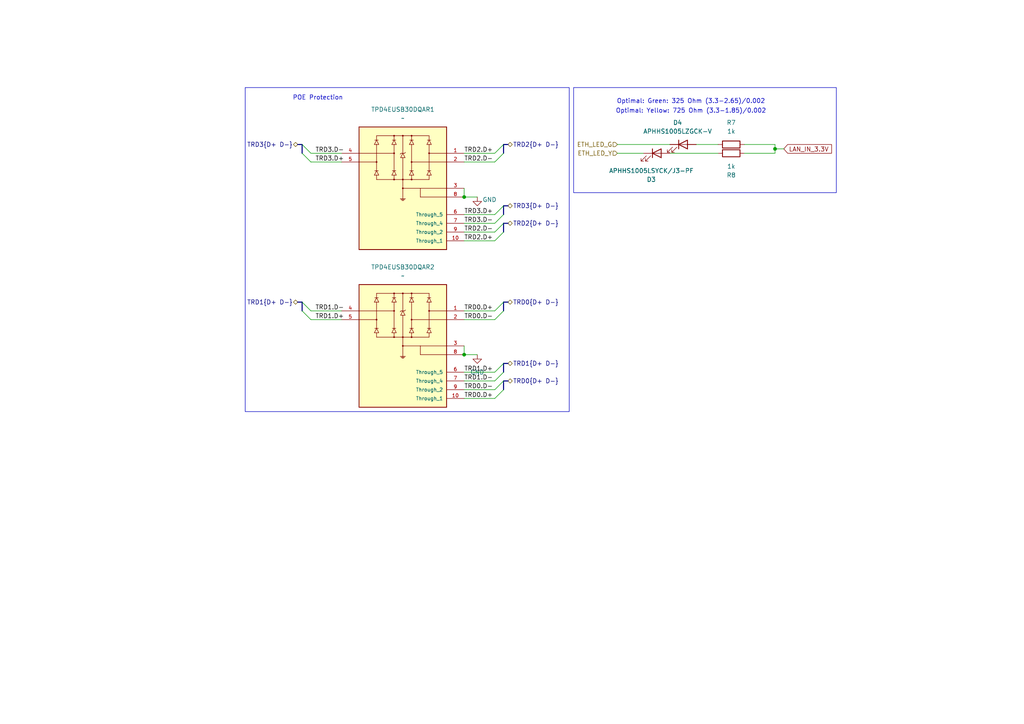
<source format=kicad_sch>
(kicad_sch (version 20250114) (generator "eeschema") (generator_version "9.0")
  (paper "A4")
  (lib_symbols
    (symbol "#dzdb:g_res/R-1k-0603" (pin_numbers hide) (pin_names (offset 0))
      (property "Reference" "R" (at 2.032 0 90))
      (property "Value" "1k" (at 0 0 90))
      (symbol "g_res/R-1k-0603_0_1"
        (rectangle (start -1.016 -2.54) (end 1.016 2.54) (stroke (width 0.254)))
      )
      (symbol "g_res/R-1k-0603_1_1"
        (pin passive line (at 0 3.81 270) (length 1.27) (name "~") (number "1"))
        (pin passive line (at 0 -3.81 90) (length 1.27) (name "~") (number "2"))
      )
    )
    (symbol "#dzdb:s_dio/D-KIN-APHHS1005LSYCK/J3-PF" (pin_numbers hide) (pin_names (offset 1.016) hide)
      (property "Reference" "D" (at 0 2.54 0))
      (property "Value" "APHHS1005LSYCK/J3-PF" (at 0 -2.54 0))
      (symbol "s_dio/D-KIN-APHHS1005LSYCK/J3-PF_0_1"
        (polyline (pts (xy -3.048 -0.762) (xy -4.572 -2.286) (xy -3.81 -2.286) (xy -4.572 -2.286) (xy -4.572 -1.524)))
        (polyline (pts (xy -1.778 -0.762) (xy -3.302 -2.286) (xy -2.54 -2.286) (xy -3.302 -2.286) (xy -3.302 -1.524)))
        (polyline (pts (xy -1.27 0) (xy 1.27 0)))
        (polyline (pts (xy -1.27 -1.27) (xy -1.27 1.27)) (stroke (width 0.254)))
        (polyline (pts (xy 1.27 -1.27) (xy 1.27 1.27) (xy -1.27 0) (xy 1.27 -1.27)) (stroke (width 0.254)))
      )
      (symbol "s_dio/D-KIN-APHHS1005LSYCK/J3-PF_1_1"
        (pin passive line (at -3.81 0 0) (length 2.54) (name "K") (number "1"))
        (pin passive line (at 3.81 0 180) (length 2.54) (name "A") (number "2"))
      )
    )
    (symbol "#dzdb:s_dio/D-KIN-APHHS1005LZGCK-V" (pin_numbers hide) (pin_names (offset 1.016) hide)
      (property "Reference" "D" (at 0 2.54 0))
      (property "Value" "APHHS1005LZGCK-V" (at 0 -2.54 0))
      (symbol "s_dio/D-KIN-APHHS1005LZGCK-V_0_1"
        (polyline (pts (xy -3.048 -0.762) (xy -4.572 -2.286) (xy -3.81 -2.286) (xy -4.572 -2.286) (xy -4.572 -1.524)))
        (polyline (pts (xy -1.778 -0.762) (xy -3.302 -2.286) (xy -2.54 -2.286) (xy -3.302 -2.286) (xy -3.302 -1.524)))
        (polyline (pts (xy -1.27 0) (xy 1.27 0)))
        (polyline (pts (xy -1.27 -1.27) (xy -1.27 1.27)) (stroke (width 0.254)))
        (polyline (pts (xy 1.27 -1.27) (xy 1.27 1.27) (xy -1.27 0) (xy 1.27 -1.27)) (stroke (width 0.254)))
      )
      (symbol "s_dio/D-KIN-APHHS1005LZGCK-V_1_1"
        (pin passive line (at -3.81 0 0) (length 2.54) (name "K") (number "1"))
        (pin passive line (at 3.81 0 180) (length 2.54) (name "A") (number "2"))
      )
    )
    (symbol "#dzdb:s_misc/IC-ESD-TPD4EUSB30" (pin_names (offset 1.016))
      (property "Reference" "TPD4EUSB30DQAR" (at -12.7 18.542 0))
      (symbol "s_misc/IC-ESD-TPD4EUSB30_0_0"
        (rectangle (start -12.7 -17.78) (end 12.7 17.78) (stroke (width 0.254)) (fill (type background)))
        (polyline (pts (xy -8.255 12.7) (xy -7.62 12.7)) (stroke (width 0.1524)))
        (polyline (pts (xy -8.255 3.81) (xy -7.62 3.81)) (stroke (width 0.1524)))
        (polyline (pts (xy -7.62 15.24) (xy -2.54 15.24)) (stroke (width 0.1524)))
        (polyline (pts (xy -7.62 13.97) (xy -8.255 12.7)) (stroke (width 0.1524)))
        (polyline (pts (xy -7.62 13.97) (xy -8.128 13.97)) (stroke (width 0.1524)))
        (polyline (pts (xy -7.62 13.97) (xy -7.62 15.24)) (stroke (width 0.1524)))
        (polyline (pts (xy -7.62 12.7) (xy -7.62 7.62)) (stroke (width 0.1524)))
        (polyline (pts (xy -7.62 12.7) (xy -6.985 12.7)) (stroke (width 0.1524)))
        (circle (center -7.62 7.62) (radius 0.127) (stroke (width 0.254)))
        (polyline (pts (xy -7.62 7.62) (xy -12.7 7.62)) (stroke (width 0.1524)))
        (polyline (pts (xy -7.62 7.62) (xy -7.62 5.08)) (stroke (width 0.1524)))
        (polyline (pts (xy -7.62 5.08) (xy -8.255 3.81)) (stroke (width 0.1524)))
        (polyline (pts (xy -7.62 5.08) (xy -8.128 5.08)) (stroke (width 0.1524)))
        (polyline (pts (xy -7.62 3.81) (xy -7.62 2.54)) (stroke (width 0.1524)))
        (polyline (pts (xy -7.62 3.81) (xy -6.985 3.81)) (stroke (width 0.1524)))
        (polyline (pts (xy -7.62 2.54) (xy -2.54 2.54)) (stroke (width 0.1524)))
        (polyline (pts (xy -7.112 13.97) (xy -7.62 13.97)) (stroke (width 0.1524)))
        (polyline (pts (xy -7.112 5.08) (xy -7.62 5.08)) (stroke (width 0.1524)))
        (polyline (pts (xy -6.985 12.7) (xy -7.62 13.97)) (stroke (width 0.1524)))
        (polyline (pts (xy -6.985 3.81) (xy -7.62 5.08)) (stroke (width 0.1524)))
        (polyline (pts (xy -3.175 12.7) (xy -2.54 12.7)) (stroke (width 0.1524)))
        (polyline (pts (xy -3.175 3.81) (xy -2.54 3.81)) (stroke (width 0.1524)))
        (circle (center -2.54 15.24) (radius 0.127) (stroke (width 0.254)))
        (polyline (pts (xy -2.54 15.24) (xy 0 15.24)) (stroke (width 0.1524)))
        (polyline (pts (xy -2.54 13.97) (xy -3.175 12.7)) (stroke (width 0.1524)))
        (polyline (pts (xy -2.54 13.97) (xy -3.048 13.97)) (stroke (width 0.1524)))
        (polyline (pts (xy -2.54 13.97) (xy -2.54 15.24)) (stroke (width 0.1524)))
        (polyline (pts (xy -2.54 12.7) (xy -2.54 10.16)) (stroke (width 0.1524)))
        (polyline (pts (xy -2.54 12.7) (xy -1.905 12.7)) (stroke (width 0.1524)))
        (circle (center -2.54 10.16) (radius 0.127) (stroke (width 0.254)))
        (polyline (pts (xy -2.54 10.16) (xy -12.7 10.16)) (stroke (width 0.1524)))
        (polyline (pts (xy -2.54 10.16) (xy -2.54 5.08)) (stroke (width 0.1524)))
        (polyline (pts (xy -2.54 5.08) (xy -3.175 3.81)) (stroke (width 0.1524)))
        (polyline (pts (xy -2.54 5.08) (xy -3.048 5.08)) (stroke (width 0.1524)))
        (polyline (pts (xy -2.54 3.81) (xy -2.54 2.54)) (stroke (width 0.1524)))
        (polyline (pts (xy -2.54 3.81) (xy -1.905 3.81)) (stroke (width 0.1524)))
        (circle (center -2.54 2.54) (radius 0.127) (stroke (width 0.254)))
        (polyline (pts (xy -2.54 2.54) (xy 2.54 2.54)) (stroke (width 0.1524)))
        (polyline (pts (xy -2.032 13.97) (xy -2.54 13.97)) (stroke (width 0.1524)))
        (polyline (pts (xy -2.032 5.08) (xy -2.54 5.08)) (stroke (width 0.1524)))
        (polyline (pts (xy -1.905 12.7) (xy -2.54 13.97)) (stroke (width 0.1524)))
        (polyline (pts (xy -1.905 3.81) (xy -2.54 5.08)) (stroke (width 0.1524)))
        (polyline (pts (xy -0.635 8.89) (xy 0.635 8.89)) (stroke (width 0.1524)))
        (polyline (pts (xy -0.508 10.16) (xy -0.762 9.906)) (stroke (width 0.1524)))
        (polyline (pts (xy -0.508 10.16) (xy 0 10.16)) (stroke (width 0.1524)))
        (polyline (pts (xy -0.508 -3.302) (xy 0.508 -3.302)) (stroke (width 0.1524)))
        (polyline (pts (xy -0.254 -3.556) (xy 0.254 -3.556)) (stroke (width 0.1524)))
        (circle (center 0 15.24) (radius 0.127) (stroke (width 0.254)))
        (polyline (pts (xy 0 15.24) (xy 2.54 15.24)) (stroke (width 0.1524)))
        (polyline (pts (xy 0 10.16) (xy -0.635 8.89)) (stroke (width 0.1524)))
        (polyline (pts (xy 0 10.16) (xy 0 15.24)) (stroke (width 0.1524)))
        (polyline (pts (xy 0 10.16) (xy 0.508 10.16)) (stroke (width 0.1524)))
        (polyline (pts (xy 0 8.89) (xy 0 0)) (stroke (width 0.1524)))
        (circle (center 0 2.54) (radius 0.127) (stroke (width 0.254)))
        (polyline (pts (xy 0 0) (xy 0 -3.048)) (stroke (width 0.1524)))
        (polyline (pts (xy 0 0) (xy 5.08 0)) (stroke (width 0.1524)))
        (circle (center 0 0) (radius 0.127) (stroke (width 0.254)))
        (polyline (pts (xy 0 -3.048) (xy -0.762 -3.048)) (stroke (width 0.1524)))
        (polyline (pts (xy 0 -3.048) (xy 0.762 -3.048)) (stroke (width 0.1524)))
        (polyline (pts (xy 0.508 10.16) (xy 0.762 10.414)) (stroke (width 0.1524)))
        (polyline (pts (xy 0.635 8.89) (xy 0 10.16)) (stroke (width 0.1524)))
        (polyline (pts (xy 1.905 12.7) (xy 2.54 12.7)) (stroke (width 0.1524)))
        (polyline (pts (xy 1.905 3.81) (xy 2.54 3.81)) (stroke (width 0.1524)))
        (polyline (pts (xy 2.54 15.24) (xy 7.62 15.24)) (stroke (width 0.1524)))
        (circle (center 2.54 15.24) (radius 0.127) (stroke (width 0.254)))
        (polyline (pts (xy 2.54 13.97) (xy 1.905 12.7)) (stroke (width 0.1524)))
        (polyline (pts (xy 2.54 13.97) (xy 2.032 13.97)) (stroke (width 0.1524)))
        (polyline (pts (xy 2.54 13.97) (xy 2.54 15.24)) (stroke (width 0.1524)))
        (polyline (pts (xy 2.54 12.7) (xy 2.54 7.62)) (stroke (width 0.1524)))
        (polyline (pts (xy 2.54 12.7) (xy 3.175 12.7)) (stroke (width 0.1524)))
        (polyline (pts (xy 2.54 7.62) (xy 2.54 5.08)) (stroke (width 0.1524)))
        (polyline (pts (xy 2.54 7.62) (xy 12.7 7.62)) (stroke (width 0.1524)))
        (circle (center 2.54 7.62) (radius 0.127) (stroke (width 0.254)))
        (polyline (pts (xy 2.54 5.08) (xy 1.905 3.81)) (stroke (width 0.1524)))
        (polyline (pts (xy 2.54 5.08) (xy 2.032 5.08)) (stroke (width 0.1524)))
        (polyline (pts (xy 2.54 3.81) (xy 2.54 2.54)) (stroke (width 0.1524)))
        (polyline (pts (xy 2.54 3.81) (xy 3.175 3.81)) (stroke (width 0.1524)))
        (polyline (pts (xy 2.54 2.54) (xy 7.62 2.54)) (stroke (width 0.1524)))
        (circle (center 2.54 2.54) (radius 0.127) (stroke (width 0.254)))
        (polyline (pts (xy 3.048 13.97) (xy 2.54 13.97)) (stroke (width 0.1524)))
        (polyline (pts (xy 3.048 5.08) (xy 2.54 5.08)) (stroke (width 0.1524)))
        (polyline (pts (xy 3.175 12.7) (xy 2.54 13.97)) (stroke (width 0.1524)))
        (polyline (pts (xy 3.175 3.81) (xy 2.54 5.08)) (stroke (width 0.1524)))
        (polyline (pts (xy 5.08 0) (xy 5.08 -2.54)) (stroke (width 0.1524)))
        (polyline (pts (xy 5.08 0) (xy 12.7 0)) (stroke (width 0.1524)))
        (polyline (pts (xy 5.08 -2.54) (xy 12.7 -2.54)) (stroke (width 0.1524)))
        (polyline (pts (xy 6.985 12.7) (xy 7.62 12.7)) (stroke (width 0.1524)))
        (polyline (pts (xy 6.985 3.81) (xy 7.62 3.81)) (stroke (width 0.1524)))
        (polyline (pts (xy 7.62 15.24) (xy 7.62 13.97)) (stroke (width 0.1524)))
        (polyline (pts (xy 7.62 13.97) (xy 6.985 12.7)) (stroke (width 0.1524)))
        (polyline (pts (xy 7.62 13.97) (xy 7.112 13.97)) (stroke (width 0.1524)))
        (polyline (pts (xy 7.62 12.7) (xy 7.62 10.16)) (stroke (width 0.1524)))
        (polyline (pts (xy 7.62 12.7) (xy 8.255 12.7)) (stroke (width 0.1524)))
        (polyline (pts (xy 7.62 10.16) (xy 7.62 5.08)) (stroke (width 0.1524)))
        (polyline (pts (xy 7.62 10.16) (xy 12.7 10.16)) (stroke (width 0.1524)))
        (circle (center 7.62 10.16) (radius 0.127) (stroke (width 0.254)))
        (polyline (pts (xy 7.62 5.08) (xy 6.985 3.81)) (stroke (width 0.1524)))
        (polyline (pts (xy 7.62 5.08) (xy 7.112 5.08)) (stroke (width 0.1524)))
        (polyline (pts (xy 7.62 3.81) (xy 8.255 3.81)) (stroke (width 0.1524)))
        (polyline (pts (xy 7.62 2.54) (xy 7.62 3.81)) (stroke (width 0.1524)))
        (polyline (pts (xy 8.128 13.97) (xy 7.62 13.97)) (stroke (width 0.1524)))
        (polyline (pts (xy 8.128 5.08) (xy 7.62 5.08)) (stroke (width 0.1524)))
        (polyline (pts (xy 8.255 12.7) (xy 7.62 13.97)) (stroke (width 0.1524)))
        (polyline (pts (xy 8.255 3.81) (xy 7.62 5.08)) (stroke (width 0.1524)))
        (pin bidirectional line (at -17.78 10.16 0) (length 5.08) (name "~") (number "4"))
        (pin bidirectional line (at -17.78 7.62 0) (length 5.08) (name "~") (number "5"))
        (pin bidirectional line (at 17.78 10.16 180) (length 5.08) (name "~") (number "1"))
        (pin bidirectional line (at 17.78 7.62 180) (length 5.08) (name "~") (number "2"))
        (pin power_in line (at 17.78 0 180) (length 5.08) (name "~") (number "3"))
        (pin power_in line (at 17.78 -2.54 180) (length 5.08) (name "~") (number "8"))
        (pin bidirectional line (at 17.78 -7.62 180) (length 5.08) (name "Through_5") (number "6"))
        (pin bidirectional line (at 17.78 -10.16 180) (length 5.08) (name "Through_4") (number "7"))
        (pin bidirectional line (at 17.78 -12.7 180) (length 5.08) (name "Through_2") (number "9"))
        (pin bidirectional line (at 17.78 -15.24 180) (length 5.08) (name "Through_1") (number "10"))
      )
    )
    (symbol "power:GND" (power) (pin_numbers hide) (pin_names (offset 0) hide)
      (property "Value" "GND" (at 0 -3.81 0))
      (symbol "GND_0_1"
        (polyline (pts (xy 0 0) (xy 0 -1.27) (xy 1.27 -1.27) (xy 0 -2.54) (xy -1.27 -1.27) (xy 0 -1.27)))
      )
      (symbol "GND_1_1"
        (pin power_in line (at 0 0 270) (length 0) (name "~") (number "1"))
      )
    )
  )
  (junction (at 134.62 57.15))
  (junction (at 224.79 43.18))
  (junction (at 134.62 102.87))
  (bus_entry (at 146.05 44.45) (size -2.54 2.54))
  (bus_entry (at 146.05 59.69) (size -2.54 2.54))
  (bus_entry (at 146.05 105.41) (size -2.54 2.54))
  (bus_entry (at 87.63 44.45) (size 2.54 2.54))
  (bus_entry (at 146.05 90.17) (size -2.54 2.54))
  (bus_entry (at 146.05 113.03) (size -2.54 2.54))
  (bus_entry (at 146.05 41.91) (size -2.54 2.54))
  (bus_entry (at 146.05 110.49) (size -2.54 2.54))
  (bus_entry (at 146.05 107.95) (size -2.54 2.54))
  (bus_entry (at 87.63 87.63) (size 2.54 2.54))
  (bus_entry (at 146.05 62.23) (size -2.54 2.54))
  (bus_entry (at 87.63 90.17) (size 2.54 2.54))
  (bus_entry (at 146.05 67.31) (size -2.54 2.54))
  (bus_entry (at 146.05 64.77) (size -2.54 2.54))
  (bus_entry (at 87.63 41.91) (size 2.54 2.54))
  (bus_entry (at 146.05 87.63) (size -2.54 2.54))
  (wire (pts (xy 194.31 44.45) (xy 208.28 44.45)))
  (wire (pts (xy 134.62 57.15) (xy 138.43 57.15)))
  (wire (pts (xy 134.62 92.71) (xy 143.51 92.71)))
  (wire (pts (xy 227.33 43.18) (xy 224.79 43.18)))
  (bus (pts (xy 86.36 41.91) (xy 87.63 41.91)))
  (bus (pts (xy 147.32 87.63) (xy 146.05 87.63)))
  (wire (pts (xy 134.62 69.85) (xy 143.51 69.85)))
  (bus (pts (xy 147.32 110.49) (xy 146.05 110.49)))
  (wire (pts (xy 215.9 41.91) (xy 224.79 41.91)))
  (wire (pts (xy 134.62 110.49) (xy 143.51 110.49)))
  (wire (pts (xy 134.62 115.57) (xy 143.51 115.57)))
  (bus (pts (xy 146.05 87.63) (xy 146.05 90.17)))
  (wire (pts (xy 134.62 90.17) (xy 143.51 90.17)))
  (bus (pts (xy 146.05 41.91) (xy 146.05 44.45)))
  (wire (pts (xy 134.62 113.03) (xy 143.51 113.03)))
  (wire (pts (xy 134.62 102.87) (xy 138.43 102.87)))
  (wire (pts (xy 179.07 44.45) (xy 186.69 44.45)))
  (wire (pts (xy 90.17 90.17) (xy 99.06 90.17)))
  (bus (pts (xy 146.05 110.49) (xy 146.05 113.03)))
  (wire (pts (xy 134.62 46.99) (xy 143.51 46.99)))
  (wire (pts (xy 224.79 43.18) (xy 224.79 44.45)))
  (bus (pts (xy 146.05 105.41) (xy 146.05 107.95)))
  (bus (pts (xy 146.05 64.77) (xy 146.05 67.31)))
  (bus (pts (xy 147.32 41.91) (xy 146.05 41.91)))
  (wire (pts (xy 134.62 64.77) (xy 143.51 64.77)))
  (wire (pts (xy 134.62 100.33) (xy 134.62 102.87)))
  (wire (pts (xy 134.62 67.31) (xy 143.51 67.31)))
  (bus (pts (xy 87.63 41.91) (xy 87.63 44.45)))
  (bus (pts (xy 146.05 59.69) (xy 146.05 62.23)))
  (wire (pts (xy 134.62 62.23) (xy 143.51 62.23)))
  (wire (pts (xy 90.17 92.71) (xy 99.06 92.71)))
  (wire (pts (xy 179.07 41.91) (xy 194.31 41.91)))
  (wire (pts (xy 134.62 44.45) (xy 143.51 44.45)))
  (wire (pts (xy 90.17 46.99) (xy 99.06 46.99)))
  (bus (pts (xy 87.63 87.63) (xy 87.63 90.17)))
  (wire (pts (xy 134.62 54.61) (xy 134.62 57.15)))
  (bus (pts (xy 86.36 87.63) (xy 87.63 87.63)))
  (wire (pts (xy 90.17 44.45) (xy 99.06 44.45)))
  (wire (pts (xy 215.9 44.45) (xy 224.79 44.45)))
  (bus (pts (xy 147.32 105.41) (xy 146.05 105.41)))
  (bus (pts (xy 147.32 64.77) (xy 146.05 64.77)))
  (wire (pts (xy 224.79 41.91) (xy 224.79 43.18)))
  (wire (pts (xy 201.93 41.91) (xy 208.28 41.91)))
  (bus (pts (xy 147.32 59.69) (xy 146.05 59.69)))
  (wire (pts (xy 134.62 107.95) (xy 143.51 107.95)))
  (rectangle (start 166.37 25.4) (end 242.57 55.88))
  (rectangle (start 71.12 25.4) (end 165.1 119.38))
  (text "Optimal: Yellow: 725 Ohm (3.3-1.85)/0.002" (at 200.406 32.258 0) (effects (font (size 1.27 1.27))))
  (text "POE Protection" (at 92.202 28.448 0) (effects (font (size 1.27 1.27))))
  (text "Optimal: Green: 325 Ohm (3.3-2.65)/0.002" (at 200.406 29.464 0) (effects (font (size 1.27 1.27))))
  (label "TRD1.D+" (at 134.62 107.95 0))
  (label "TRD0.D+" (at 134.62 115.57 0))
  (label "TRD2.D+" (at 134.62 44.45 0))
  (label "TRD0.D+" (at 134.62 90.17 0))
  (label "TRD3.D+" (at 134.62 62.23 0))
  (label "TRD3.D+" (at 91.44 46.99 0))
  (label "TRD1.D-" (at 91.44 90.17 0))
  (label "TRD0.D-" (at 134.62 92.71 0))
  (label "TRD3.D-" (at 91.44 44.45 0))
  (label "TRD1.D+" (at 91.44 92.71 0))
  (label "TRD2.D-" (at 134.62 67.31 0))
  (label "TRD3.D-" (at 134.62 64.77 0))
  (label "TRD2.D+" (at 134.62 69.85 0))
  (label "TRD2.D-" (at 134.62 46.99 0))
  (label "TRD1.D-" (at 134.62 110.49 0))
  (label "TRD0.D-" (at 134.62 113.03 0))
  (global_label "LAN_IN_3.3V" (shape input) (at 227.33 43.18 0) (property "Intersheetrefs" "${INTERSHEET_REFS}" (effects (hide yes))))
  (hierarchical_label "TRD3{D+ D-}" (shape bidirectional) (at 86.36 41.91 180))
  (hierarchical_label "TRD2{D+ D-}" (shape bidirectional) (at 147.32 41.91 0))
  (hierarchical_label "ETH_LED_Y" (shape input) (at 179.07 44.45 180))
  (hierarchical_label "TRD0{D+ D-}" (shape bidirectional) (at 147.32 110.49 0))
  (hierarchical_label "ETH_LED_G" (shape input) (at 179.07 41.91 180))
  (hierarchical_label "TRD0{D+ D-}" (shape bidirectional) (at 147.32 87.63 0))
  (hierarchical_label "TRD1{D+ D-}" (shape bidirectional) (at 147.32 105.41 0))
  (hierarchical_label "TRD3{D+ D-}" (shape bidirectional) (at 147.32 59.69 0))
  (hierarchical_label "TRD2{D+ D-}" (shape bidirectional) (at 147.32 64.77 0))
  (hierarchical_label "TRD1{D+ D-}" (shape bidirectional) (at 86.36 87.63 180))
  (symbol (lib_id "power:GND") (at 138.43 57.15 0) (unit 1)
    (property "Reference" "#PWR019" (effects (hide yes)))
    (property "Value" "GND" (at 141.986 57.912 0))
    (property "Description" "Power symbol creates a global label with name \"GND\" , ground" (effects (hide yes)))
  )
  (symbol (lib_id "#dzdb:s_misc/IC-ESD-TPD4EUSB30") (at 116.84 54.61 0) (unit 1)
    (property "Reference" "TPD4EUSB30DQAR1" (at 116.84 31.75 0))
    (property "Value" "~" (at 116.84 34.29 0) (effects (font (thickness 0.1588))))
    (property "Footprint" "dz_con:IC_TPD4EUSB30DQAR" (effects (hide yes)))
    (property "Datasheet" "https://www.ti.com/lit/ds/symlink/tpd2eusb30.pdf?ts=1759733045206" (effects (hide yes)))
    (property "Description" "Quad ESD protection 4-channel ESD diode array" (effects (hide yes)))
    (property "MF" "Texas Instruments" (effects (hide yes)))
    (property "MAXIMUM_PACKAGE_HEIGHT" "0.55 mm" (effects (hide yes)))
    (property "Package" "USON-10 Texas Instruments" (effects (hide yes)))
    (property "Price" "None" (effects (hide yes)))
    (property "Check_prices" "https://www.snapeda.com/parts/TPD4EUSB30DQAR/Texas+Instruments/view-part/?ref=eda" (effects (hide yes)))
    (property "STANDARD" "Manufacturer Recommendations" (effects (hide yes)))
    (property "PARTREV" "F" (effects (hide yes)))
    (property "SnapEDA_Link" "https://www.snapeda.com/parts/TPD4EUSB30DQAR/Texas+Instruments/view-part/?ref=snap" (effects (hide yes)))
    (property "MP" "TPD4EUSB30DQAR" (effects (hide yes)))
    (property "Description_1" "Quad 0.8-pF, 5.5-V, ±8-kV ESD protection diode with 5-A 8/20-uS surge rating for USB 3.0" (effects (hide yes)))
    (property "Availability" "In Stock" (effects (hide yes)))
    (property "MANUFACTURER" "Texas Instruments" (effects (hide yes)))
    (property "IPN" "IC-ESD-TPD4EUSB30" (effects (hide yes)))
    (property "MPN" "TPD4EUSB30DQAR" (effects (hide yes)))
    (property "Manufacturer" "Texas Instruments" (effects (hide yes)))
    (property "Symbol" "dz_con:TPD4EUSB30DQAR" (effects (hide yes)))
    (property "Type" "ESD/Misc" (effects (hide yes)))
    (property "Supplier" "Mouser" (effects (hide yes)))
    (property "SPN" "595-TPD4EUSB30DQAR" (effects (hide yes)))
    (property "LCSC" "C90627" (effects (hide yes)))
  )
  (symbol (lib_id "#dzdb:g_res/R-1k-0603") (at 212.09 41.91 90) (unit 1)
    (property "Reference" "R7" (at 212.09 35.56 90))
    (property "Value" "1k" (at 212.09 38.1 90))
    (property "Footprint" "Resistor_SMD:R_0603_1608Metric" (effects (hide yes)))
    (property "Datasheet" "https://www.we-online.com/components/products/datasheet/560112116014.pdf" (effects (hide yes)))
    (property "Description" "Thick Film Resistors - SMD WRIS-RSKS 1 kOhms 1 % 0.1 W 0603" (effects (hide yes)))
    (property "IPN" "R-1k-0603" (effects (hide yes)))
    (property "MPN" "560112116014" (effects (hide yes)))
    (property "Manufacturer" "Wurth Elektronik" (effects (hide yes)))
    (property "Resistance" "1k" (effects (hide yes)))
    (property "Power" "0.1 W" (effects (hide yes)))
    (property "Material" "Thick film" (effects (hide yes)))
    (property "Tolerance" "1 %" (effects (hide yes)))
    (property "Supplier" "Mouser" (effects (hide yes)))
    (property "SPN" "710-560112116014" (effects (hide yes)))
    (property "LCSC" "CXXXXX" (effects (hide yes)))
    (property "Comment" "lifecycle=Active; note=Auto-generated" (effects (hide yes)))
  )
  (symbol (lib_id "#dzdb:g_res/R-1k-0603") (at 212.09 44.45 90) (mirror x) (unit 1)
    (property "Reference" "R8" (at 212.09 50.8 90))
    (property "Value" "1k" (at 212.09 48.26 90))
    (property "Footprint" "Resistor_SMD:R_0603_1608Metric" (effects (hide yes)))
    (property "Datasheet" "https://www.we-online.com/components/products/datasheet/560112116014.pdf" (effects (hide yes)))
    (property "Description" "Thick Film Resistors - SMD WRIS-RSKS 1 kOhms 1 % 0.1 W 0603" (effects (hide yes)))
    (property "IPN" "R-1k-0603" (effects (hide yes)))
    (property "MPN" "560112116014" (effects (hide yes)))
    (property "Manufacturer" "Wurth Elektronik" (effects (hide yes)))
    (property "Resistance" "1k" (effects (hide yes)))
    (property "Power" "0.1 W" (effects (hide yes)))
    (property "Material" "Thick film" (effects (hide yes)))
    (property "Tolerance" "1 %" (effects (hide yes)))
    (property "Supplier" "Mouser" (effects (hide yes)))
    (property "SPN" "710-560112116014" (effects (hide yes)))
    (property "LCSC" "CXXXXX" (effects (hide yes)))
    (property "Comment" "lifecycle=Active; note=Auto-generated" (effects (hide yes)))
  )
  (symbol (lib_id "#dzdb:s_dio/D-KIN-APHHS1005LSYCK/J3-PF") (at 190.5 44.45 0) (unit 1)
    (property "Reference" "D3" (at 188.9125 52.07 0))
    (property "Value" "APHHS1005LSYCK/J3-PF" (at 188.9125 49.53 0))
    (property "Footprint" "LED_SMD:LED_0402_1005Metric" (effects (hide yes)))
    (property "Datasheet" "https://www.kingbrightusa.com/images/catalog/SPEC/APHHS1005LSYCK-J3-PF.pdf" (effects (hide yes)))
    (property "Description" "LED YELLOW 590nm 20mcd@2mA 40mcd@4mA 1.87V" (effects (hide yes)))
    (property "Sim.Pins" "1=K 2=A" (effects (hide yes)))
    (property "IPN" "D-KIN-APHHS1005LSYCK/J3-PF" (effects (hide yes)))
    (property "MPN" "APHHS1005LSYCK/J3-PF" (effects (hide yes)))
    (property "Manufacturer" "Kingbright" (effects (hide yes)))
    (property "Type" "LED YELLOW" (effects (hide yes)))
    (property "Vf" "1.85V" (effects (hide yes)))
    (property "If" "2mA" (effects (hide yes)))
    (property "Supplier" "Mouser" (effects (hide yes)))
    (property "SPN" "604-APHHS1005LSYCKJ3" (effects (hide yes)))
    (property "LCSC" "C5354974" (effects (hide yes)))
    (property "Comment" "lifecycle=Active" (effects (hide yes)))
  )
  (symbol (lib_id "#dzdb:s_dio/D-KIN-APHHS1005LZGCK-V") (at 198.12 41.91 0) (unit 1)
    (property "Reference" "D4" (at 196.5325 35.56 0))
    (property "Value" "APHHS1005LZGCK-V" (at 196.5325 38.1 0))
    (property "Footprint" "LED_SMD:LED_0402_1005Metric" (effects (hide yes)))
    (property "Datasheet" "https://www.kingbrightusa.com/images/catalog/SPEC/APHHS1005LZGCK-V.pdf" (effects (hide yes)))
    (property "Description" "LED EMERALD GREEN 525nm 180mcd@2mA 40mcd@0.44mA 2.54V" (effects (hide yes)))
    (property "Sim.Pins" "1=K 2=A" (effects (hide yes)))
    (property "IPN" "D-KIN-APHHS1005LZGCK-V" (effects (hide yes)))
    (property "MPN" "APHHS1005LZGCK-V" (effects (hide yes)))
    (property "Manufacturer" "Kingbright" (effects (hide yes)))
    (property "Type" "LED GREEN" (effects (hide yes)))
    (property "Vf" "2.65V" (effects (hide yes)))
    (property "If" "2mA" (effects (hide yes)))
    (property "Supplier" "Mouser" (effects (hide yes)))
    (property "SPN" "604-APHHS1005LZGCK-V" (effects (hide yes)))
    (property "LCSC" "C5875752" (effects (hide yes)))
    (property "Comment" "lifecycle=Active" (effects (hide yes)))
  )
  (symbol (lib_id "power:GND") (at 138.43 102.87 0) (unit 1)
    (property "Reference" "#PWR020" (effects (hide yes)))
    (property "Value" "GND" (at 138.43 107.95 0))
    (property "Description" "Power symbol creates a global label with name \"GND\" , ground" (effects (hide yes)))
  )
  (symbol (lib_id "#dzdb:s_misc/IC-ESD-TPD4EUSB30") (at 116.84 100.33 0) (unit 1)
    (property "Reference" "TPD4EUSB30DQAR2" (at 116.84 77.47 0))
    (property "Value" "~" (at 116.84 80.01 0) (effects (font (thickness 0.1588))))
    (property "Footprint" "dz_con:IC_TPD4EUSB30DQAR" (effects (hide yes)))
    (property "Datasheet" "https://www.ti.com/lit/ds/symlink/tpd2eusb30.pdf?ts=1759733045206" (effects (hide yes)))
    (property "Description" "Quad ESD protection 4-channel ESD diode array" (effects (hide yes)))
    (property "MF" "Texas Instruments" (effects (hide yes)))
    (property "MAXIMUM_PACKAGE_HEIGHT" "0.55 mm" (effects (hide yes)))
    (property "Package" "USON-10 Texas Instruments" (effects (hide yes)))
    (property "Price" "None" (effects (hide yes)))
    (property "Check_prices" "https://www.snapeda.com/parts/TPD4EUSB30DQAR/Texas+Instruments/view-part/?ref=eda" (effects (hide yes)))
    (property "STANDARD" "Manufacturer Recommendations" (effects (hide yes)))
    (property "PARTREV" "F" (effects (hide yes)))
    (property "SnapEDA_Link" "https://www.snapeda.com/parts/TPD4EUSB30DQAR/Texas+Instruments/view-part/?ref=snap" (effects (hide yes)))
    (property "MP" "TPD4EUSB30DQAR" (effects (hide yes)))
    (property "Description_1" "Quad 0.8-pF, 5.5-V, ±8-kV ESD protection diode with 5-A 8/20-uS surge rating for USB 3.0" (effects (hide yes)))
    (property "Availability" "In Stock" (effects (hide yes)))
    (property "MANUFACTURER" "Texas Instruments" (effects (hide yes)))
    (property "IPN" "IC-ESD-TPD4EUSB30" (effects (hide yes)))
    (property "MPN" "TPD4EUSB30DQAR" (effects (hide yes)))
    (property "Manufacturer" "Texas Instruments" (effects (hide yes)))
    (property "Symbol" "dz_con:TPD4EUSB30DQAR" (effects (hide yes)))
    (property "Type" "ESD/Misc" (effects (hide yes)))
    (property "Supplier" "Mouser" (effects (hide yes)))
    (property "SPN" "595-TPD4EUSB30DQAR" (effects (hide yes)))
    (property "LCSC" "C90627" (effects (hide yes)))
  )
)
</source>
